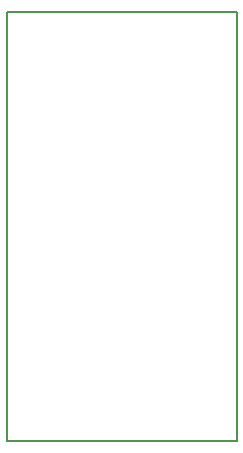
<source format=gm1>
G04 #@! TF.GenerationSoftware,KiCad,Pcbnew,7.0.10*
G04 #@! TF.CreationDate,2024-08-16T14:30:36-05:00*
G04 #@! TF.ProjectId,DiffPCB,44696666-5043-4422-9e6b-696361645f70,rev?*
G04 #@! TF.SameCoordinates,Original*
G04 #@! TF.FileFunction,Profile,NP*
%FSLAX46Y46*%
G04 Gerber Fmt 4.6, Leading zero omitted, Abs format (unit mm)*
G04 Created by KiCad (PCBNEW 7.0.10) date 2024-08-16 14:30:36*
%MOMM*%
%LPD*%
G01*
G04 APERTURE LIST*
G04 #@! TA.AperFunction,Profile*
%ADD10C,0.200000*%
G04 #@! TD*
G04 APERTURE END LIST*
D10*
X137720000Y-61930000D02*
X157160000Y-61930000D01*
X157160000Y-98250000D01*
X137720000Y-98250000D01*
X137720000Y-61930000D01*
M02*

</source>
